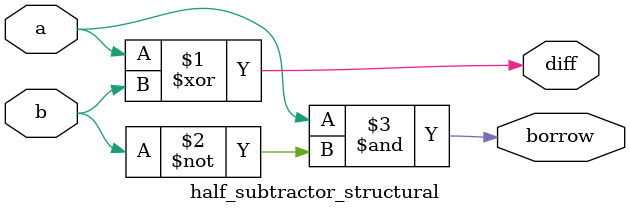
<source format=v>
`timescale 1ns/1ps
module half_subtractor_structural (
  input a,    // Input 'a'
  input b,    // Input 'b'
  output diff,   // Output 'diff' (Difference)
  output borrow // Output 'borrow'
);

  xor gate_xor (diff, a, b);  // XOR gate for difference
  and gate_and (borrow, a, ~b);  // AND gate for borrow

endmodule

</source>
